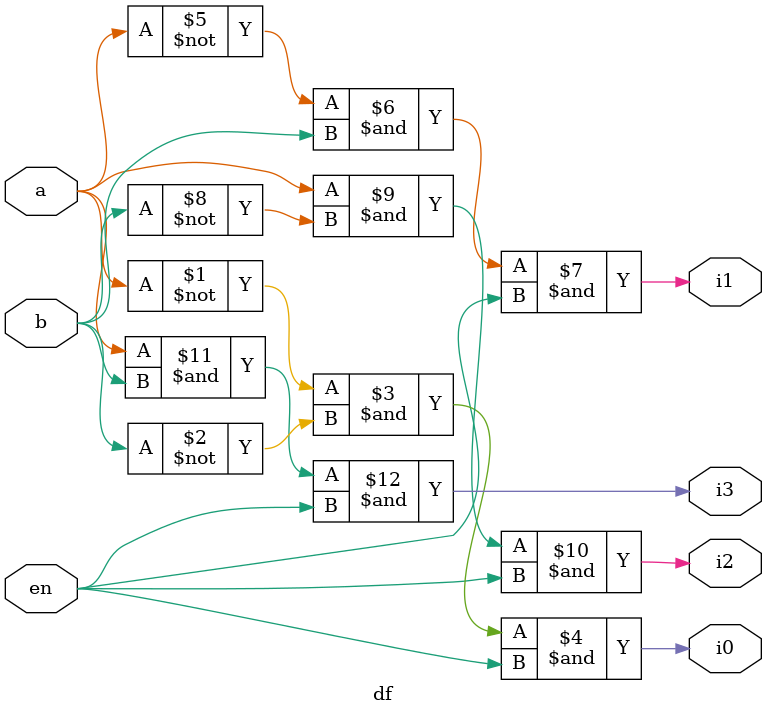
<source format=v>
`timescale 1ns / 1ps
module df(
    input a,
    input b,
    output i0,
    output i1,
    output i2,
    output i3,
    input en
    );
	 
	 assign i0 = ~a&~b&en;
	 assign i1 = ~a&b&en;
	 assign i2 = a&~b&en;
	 assign i3 = a&b&en; 

endmodule

</source>
